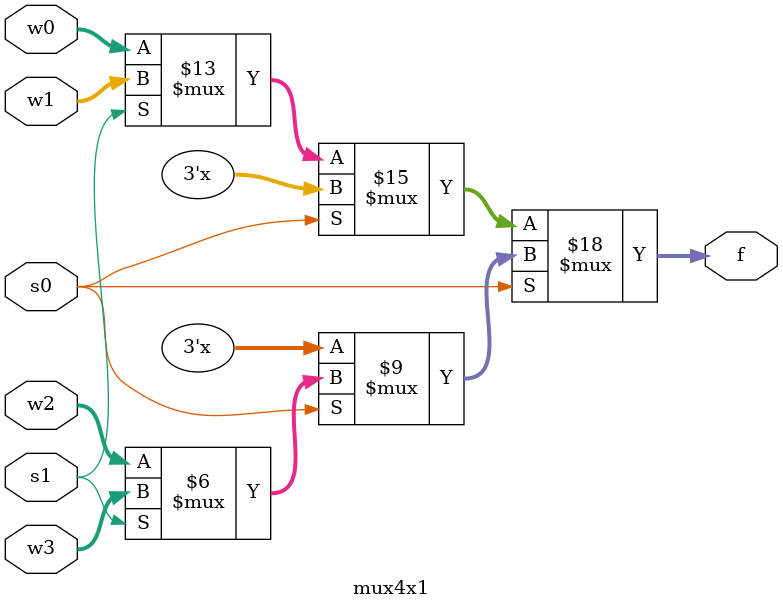
<source format=v>
`timescale 1ns / 1ps


module mux4x1(w0,w1,w2,w3,s0,s1,f);
input [2:0] w0;
input [2:0] w1;
input [2:0] w2;
input [2:0] w3;
input s0;
input s1;
output[2:0]  f;
reg[2:0] f;
 always@(s0 or s1)
 begin
   if(~s0)
    begin
     if(~s1)
      f=w0;
      else
      f=w1;
    end
    else
    begin
    if(~s1)
    f=w2;
    else
    f=w3;
    end
    
 end
endmodule

</source>
